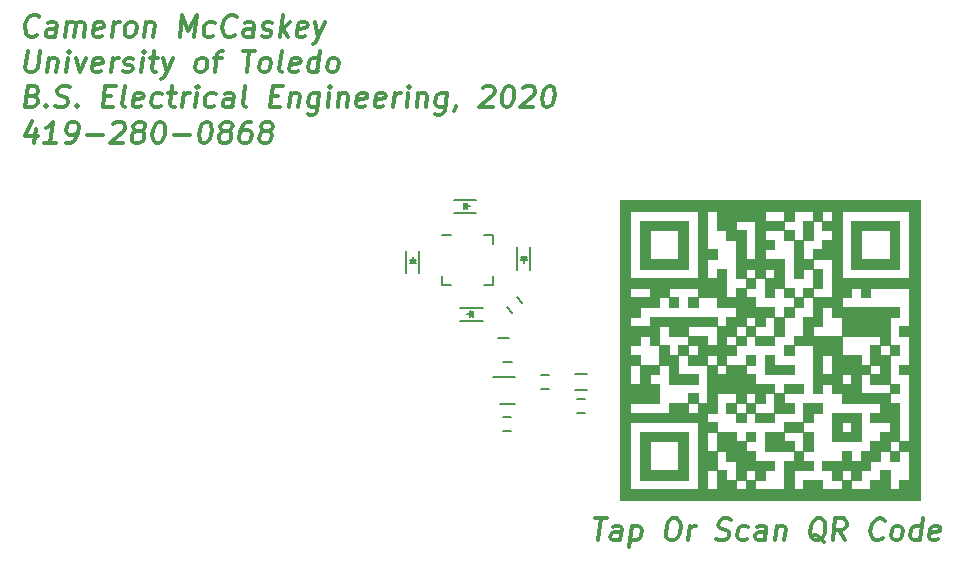
<source format=gto>
G04 #@! TF.FileFunction,Legend,Top*
%FSLAX46Y46*%
G04 Gerber Fmt 4.6, Leading zero omitted, Abs format (unit mm)*
G04 Created by KiCad (PCBNEW 4.0.5+dfsg1-4) date Mon Nov 20 15:47:14 2017*
%MOMM*%
%LPD*%
G01*
G04 APERTURE LIST*
%ADD10C,0.100000*%
%ADD11C,0.300000*%
%ADD12C,0.150000*%
%ADD13C,0.010000*%
G04 APERTURE END LIST*
D10*
D11*
X162967143Y-118394286D02*
X163995714Y-118394286D01*
X163256428Y-120194286D02*
X163481428Y-118394286D01*
X165142143Y-120194286D02*
X165260000Y-119251429D01*
X165195715Y-119080000D01*
X165035000Y-118994286D01*
X164692143Y-118994286D01*
X164510000Y-119080000D01*
X165152858Y-120108571D02*
X164970714Y-120194286D01*
X164542143Y-120194286D01*
X164381429Y-120108571D01*
X164317143Y-119937143D01*
X164338572Y-119765714D01*
X164445714Y-119594286D01*
X164627858Y-119508571D01*
X165056429Y-119508571D01*
X165238572Y-119422857D01*
X166149285Y-118994286D02*
X165924285Y-120794286D01*
X166138571Y-119080000D02*
X166320714Y-118994286D01*
X166663571Y-118994286D01*
X166824286Y-119080000D01*
X166899286Y-119165714D01*
X166963571Y-119337143D01*
X166899285Y-119851429D01*
X166792143Y-120022857D01*
X166695715Y-120108571D01*
X166513571Y-120194286D01*
X166170714Y-120194286D01*
X166010000Y-120108571D01*
X169567143Y-118394286D02*
X169910000Y-118394286D01*
X170070714Y-118480000D01*
X170220714Y-118651429D01*
X170263571Y-118994286D01*
X170188571Y-119594286D01*
X170060000Y-119937143D01*
X169867143Y-120108571D01*
X169685000Y-120194286D01*
X169342143Y-120194286D01*
X169181429Y-120108571D01*
X169031428Y-119937143D01*
X168988571Y-119594286D01*
X169063571Y-118994286D01*
X169192142Y-118651429D01*
X169385000Y-118480000D01*
X169567143Y-118394286D01*
X170884999Y-120194286D02*
X171034999Y-118994286D01*
X170992142Y-119337143D02*
X171099286Y-119165714D01*
X171195714Y-119080000D01*
X171377857Y-118994286D01*
X171549285Y-118994286D01*
X173295715Y-120108571D02*
X173542143Y-120194286D01*
X173970714Y-120194286D01*
X174152858Y-120108571D01*
X174249286Y-120022857D01*
X174356429Y-119851429D01*
X174377858Y-119680000D01*
X174313572Y-119508571D01*
X174238572Y-119422857D01*
X174077857Y-119337143D01*
X173745714Y-119251429D01*
X173585001Y-119165714D01*
X173510000Y-119080000D01*
X173445715Y-118908571D01*
X173467143Y-118737143D01*
X173574286Y-118565714D01*
X173670715Y-118480000D01*
X173852857Y-118394286D01*
X174281429Y-118394286D01*
X174527858Y-118480000D01*
X175867144Y-120108571D02*
X175685000Y-120194286D01*
X175342143Y-120194286D01*
X175181430Y-120108571D01*
X175106429Y-120022857D01*
X175042143Y-119851429D01*
X175106429Y-119337143D01*
X175213572Y-119165714D01*
X175310001Y-119080000D01*
X175492143Y-118994286D01*
X175835000Y-118994286D01*
X175995715Y-119080000D01*
X177399286Y-120194286D02*
X177517143Y-119251429D01*
X177452858Y-119080000D01*
X177292143Y-118994286D01*
X176949286Y-118994286D01*
X176767143Y-119080000D01*
X177410001Y-120108571D02*
X177227857Y-120194286D01*
X176799286Y-120194286D01*
X176638572Y-120108571D01*
X176574286Y-119937143D01*
X176595715Y-119765714D01*
X176702857Y-119594286D01*
X176885001Y-119508571D01*
X177313572Y-119508571D01*
X177495715Y-119422857D01*
X178406428Y-118994286D02*
X178256428Y-120194286D01*
X178385000Y-119165714D02*
X178481429Y-119080000D01*
X178663571Y-118994286D01*
X178920714Y-118994286D01*
X179081429Y-119080000D01*
X179145714Y-119251429D01*
X179027857Y-120194286D01*
X182435000Y-120365714D02*
X182274286Y-120280000D01*
X182124286Y-120108571D01*
X181899285Y-119851429D01*
X181738572Y-119765714D01*
X181567143Y-119765714D01*
X181599286Y-120194286D02*
X181438572Y-120108571D01*
X181288571Y-119937143D01*
X181245714Y-119594286D01*
X181320714Y-118994286D01*
X181449285Y-118651429D01*
X181642143Y-118480000D01*
X181824286Y-118394286D01*
X182167143Y-118394286D01*
X182327857Y-118480000D01*
X182477857Y-118651429D01*
X182520714Y-118994286D01*
X182445714Y-119594286D01*
X182317143Y-119937143D01*
X182124286Y-120108571D01*
X181942143Y-120194286D01*
X181599286Y-120194286D01*
X184170714Y-120194286D02*
X183677857Y-119337143D01*
X183142142Y-120194286D02*
X183367142Y-118394286D01*
X184052857Y-118394286D01*
X184213571Y-118480000D01*
X184288572Y-118565714D01*
X184352857Y-118737143D01*
X184320714Y-118994286D01*
X184213572Y-119165714D01*
X184117142Y-119251429D01*
X183935000Y-119337143D01*
X183249285Y-119337143D01*
X187363572Y-120022857D02*
X187267144Y-120108571D01*
X186999286Y-120194286D01*
X186827857Y-120194286D01*
X186581429Y-120108571D01*
X186431429Y-119937143D01*
X186367143Y-119765714D01*
X186324286Y-119422857D01*
X186356429Y-119165714D01*
X186485000Y-118822857D01*
X186592143Y-118651429D01*
X186785000Y-118480000D01*
X187052857Y-118394286D01*
X187224286Y-118394286D01*
X187470715Y-118480000D01*
X187545715Y-118565714D01*
X188370714Y-120194286D02*
X188210001Y-120108571D01*
X188135000Y-120022857D01*
X188070714Y-119851429D01*
X188135000Y-119337143D01*
X188242143Y-119165714D01*
X188338572Y-119080000D01*
X188520714Y-118994286D01*
X188777857Y-118994286D01*
X188938572Y-119080000D01*
X189013572Y-119165714D01*
X189077857Y-119337143D01*
X189013571Y-119851429D01*
X188906429Y-120022857D01*
X188810001Y-120108571D01*
X188627857Y-120194286D01*
X188370714Y-120194286D01*
X190513571Y-120194286D02*
X190738571Y-118394286D01*
X190524286Y-120108571D02*
X190342142Y-120194286D01*
X189999285Y-120194286D01*
X189838572Y-120108571D01*
X189763571Y-120022857D01*
X189699285Y-119851429D01*
X189763571Y-119337143D01*
X189870714Y-119165714D01*
X189967143Y-119080000D01*
X190149285Y-118994286D01*
X190492142Y-118994286D01*
X190652857Y-119080000D01*
X192067143Y-120108571D02*
X191884999Y-120194286D01*
X191542142Y-120194286D01*
X191381428Y-120108571D01*
X191317142Y-119937143D01*
X191402856Y-119251429D01*
X191509999Y-119080000D01*
X191692142Y-118994286D01*
X192034999Y-118994286D01*
X192195714Y-119080000D01*
X192259999Y-119251429D01*
X192238571Y-119422857D01*
X191359999Y-119594286D01*
X115789286Y-77422857D02*
X115692858Y-77508571D01*
X115425000Y-77594286D01*
X115253571Y-77594286D01*
X115007143Y-77508571D01*
X114857143Y-77337143D01*
X114792857Y-77165714D01*
X114750000Y-76822857D01*
X114782143Y-76565714D01*
X114910714Y-76222857D01*
X115017857Y-76051429D01*
X115210714Y-75880000D01*
X115478571Y-75794286D01*
X115650000Y-75794286D01*
X115896429Y-75880000D01*
X115971429Y-75965714D01*
X117310714Y-77594286D02*
X117428571Y-76651429D01*
X117364286Y-76480000D01*
X117203571Y-76394286D01*
X116860714Y-76394286D01*
X116678571Y-76480000D01*
X117321429Y-77508571D02*
X117139285Y-77594286D01*
X116710714Y-77594286D01*
X116550000Y-77508571D01*
X116485714Y-77337143D01*
X116507143Y-77165714D01*
X116614285Y-76994286D01*
X116796429Y-76908571D01*
X117225000Y-76908571D01*
X117407143Y-76822857D01*
X118167856Y-77594286D02*
X118317856Y-76394286D01*
X118296428Y-76565714D02*
X118392857Y-76480000D01*
X118574999Y-76394286D01*
X118832142Y-76394286D01*
X118992857Y-76480000D01*
X119057142Y-76651429D01*
X118939285Y-77594286D01*
X119057142Y-76651429D02*
X119164285Y-76480000D01*
X119346428Y-76394286D01*
X119603571Y-76394286D01*
X119764285Y-76480000D01*
X119828571Y-76651429D01*
X119710714Y-77594286D01*
X121264286Y-77508571D02*
X121082142Y-77594286D01*
X120739285Y-77594286D01*
X120578571Y-77508571D01*
X120514285Y-77337143D01*
X120599999Y-76651429D01*
X120707142Y-76480000D01*
X120889285Y-76394286D01*
X121232142Y-76394286D01*
X121392857Y-76480000D01*
X121457142Y-76651429D01*
X121435714Y-76822857D01*
X120557142Y-76994286D01*
X122110713Y-77594286D02*
X122260713Y-76394286D01*
X122217856Y-76737143D02*
X122325000Y-76565714D01*
X122421428Y-76480000D01*
X122603571Y-76394286D01*
X122774999Y-76394286D01*
X123482142Y-77594286D02*
X123321429Y-77508571D01*
X123246428Y-77422857D01*
X123182142Y-77251429D01*
X123246428Y-76737143D01*
X123353571Y-76565714D01*
X123450000Y-76480000D01*
X123632142Y-76394286D01*
X123889285Y-76394286D01*
X124050000Y-76480000D01*
X124125000Y-76565714D01*
X124189285Y-76737143D01*
X124124999Y-77251429D01*
X124017857Y-77422857D01*
X123921429Y-77508571D01*
X123739285Y-77594286D01*
X123482142Y-77594286D01*
X125003570Y-76394286D02*
X124853570Y-77594286D01*
X124982142Y-76565714D02*
X125078571Y-76480000D01*
X125260713Y-76394286D01*
X125517856Y-76394286D01*
X125678571Y-76480000D01*
X125742856Y-76651429D01*
X125624999Y-77594286D01*
X127853570Y-77594286D02*
X128078570Y-75794286D01*
X128517856Y-77080000D01*
X129278570Y-75794286D01*
X129053570Y-77594286D01*
X130692857Y-77508571D02*
X130510713Y-77594286D01*
X130167856Y-77594286D01*
X130007143Y-77508571D01*
X129932142Y-77422857D01*
X129867856Y-77251429D01*
X129932142Y-76737143D01*
X130039285Y-76565714D01*
X130135714Y-76480000D01*
X130317856Y-76394286D01*
X130660713Y-76394286D01*
X130821428Y-76480000D01*
X132503571Y-77422857D02*
X132407143Y-77508571D01*
X132139285Y-77594286D01*
X131967856Y-77594286D01*
X131721428Y-77508571D01*
X131571428Y-77337143D01*
X131507142Y-77165714D01*
X131464285Y-76822857D01*
X131496428Y-76565714D01*
X131624999Y-76222857D01*
X131732142Y-76051429D01*
X131924999Y-75880000D01*
X132192856Y-75794286D01*
X132364285Y-75794286D01*
X132610714Y-75880000D01*
X132685714Y-75965714D01*
X134024999Y-77594286D02*
X134142856Y-76651429D01*
X134078571Y-76480000D01*
X133917856Y-76394286D01*
X133574999Y-76394286D01*
X133392856Y-76480000D01*
X134035714Y-77508571D02*
X133853570Y-77594286D01*
X133424999Y-77594286D01*
X133264285Y-77508571D01*
X133199999Y-77337143D01*
X133221428Y-77165714D01*
X133328570Y-76994286D01*
X133510714Y-76908571D01*
X133939285Y-76908571D01*
X134121428Y-76822857D01*
X134807142Y-77508571D02*
X134967856Y-77594286D01*
X135310713Y-77594286D01*
X135492856Y-77508571D01*
X135599999Y-77337143D01*
X135610713Y-77251429D01*
X135546427Y-77080000D01*
X135385713Y-76994286D01*
X135128570Y-76994286D01*
X134967856Y-76908571D01*
X134903570Y-76737143D01*
X134914284Y-76651429D01*
X135021427Y-76480000D01*
X135203570Y-76394286D01*
X135460713Y-76394286D01*
X135621427Y-76480000D01*
X136339284Y-77594286D02*
X136564284Y-75794286D01*
X136596428Y-76908571D02*
X137024999Y-77594286D01*
X137174999Y-76394286D02*
X136403570Y-77080000D01*
X138492857Y-77508571D02*
X138310713Y-77594286D01*
X137967856Y-77594286D01*
X137807142Y-77508571D01*
X137742856Y-77337143D01*
X137828570Y-76651429D01*
X137935713Y-76480000D01*
X138117856Y-76394286D01*
X138460713Y-76394286D01*
X138621428Y-76480000D01*
X138685713Y-76651429D01*
X138664285Y-76822857D01*
X137785713Y-76994286D01*
X139317856Y-76394286D02*
X139596427Y-77594286D01*
X140174999Y-76394286D02*
X139596427Y-77594286D01*
X139371428Y-78022857D01*
X139274999Y-78108571D01*
X139092856Y-78194286D01*
X114964285Y-78794286D02*
X114782142Y-80251429D01*
X114846429Y-80422857D01*
X114921429Y-80508571D01*
X115082143Y-80594286D01*
X115425000Y-80594286D01*
X115607143Y-80508571D01*
X115703572Y-80422857D01*
X115810714Y-80251429D01*
X115992857Y-78794286D01*
X116774999Y-79394286D02*
X116624999Y-80594286D01*
X116753571Y-79565714D02*
X116850000Y-79480000D01*
X117032142Y-79394286D01*
X117289285Y-79394286D01*
X117450000Y-79480000D01*
X117514285Y-79651429D01*
X117396428Y-80594286D01*
X118253570Y-80594286D02*
X118403570Y-79394286D01*
X118478570Y-78794286D02*
X118382142Y-78880000D01*
X118457142Y-78965714D01*
X118553571Y-78880000D01*
X118478570Y-78794286D01*
X118457142Y-78965714D01*
X119089285Y-79394286D02*
X119367856Y-80594286D01*
X119946428Y-79394286D01*
X121178572Y-80508571D02*
X120996428Y-80594286D01*
X120653571Y-80594286D01*
X120492857Y-80508571D01*
X120428571Y-80337143D01*
X120514285Y-79651429D01*
X120621428Y-79480000D01*
X120803571Y-79394286D01*
X121146428Y-79394286D01*
X121307143Y-79480000D01*
X121371428Y-79651429D01*
X121350000Y-79822857D01*
X120471428Y-79994286D01*
X122024999Y-80594286D02*
X122174999Y-79394286D01*
X122132142Y-79737143D02*
X122239286Y-79565714D01*
X122335714Y-79480000D01*
X122517857Y-79394286D01*
X122689285Y-79394286D01*
X123064286Y-80508571D02*
X123225000Y-80594286D01*
X123567857Y-80594286D01*
X123750000Y-80508571D01*
X123857143Y-80337143D01*
X123867857Y-80251429D01*
X123803571Y-80080000D01*
X123642857Y-79994286D01*
X123385714Y-79994286D01*
X123225000Y-79908571D01*
X123160714Y-79737143D01*
X123171428Y-79651429D01*
X123278571Y-79480000D01*
X123460714Y-79394286D01*
X123717857Y-79394286D01*
X123878571Y-79480000D01*
X124596428Y-80594286D02*
X124746428Y-79394286D01*
X124821428Y-78794286D02*
X124725000Y-78880000D01*
X124800000Y-78965714D01*
X124896429Y-78880000D01*
X124821428Y-78794286D01*
X124800000Y-78965714D01*
X125346429Y-79394286D02*
X126032143Y-79394286D01*
X125678571Y-78794286D02*
X125485714Y-80337143D01*
X125550001Y-80508571D01*
X125710714Y-80594286D01*
X125882143Y-80594286D01*
X126460714Y-79394286D02*
X126739285Y-80594286D01*
X127317857Y-79394286D02*
X126739285Y-80594286D01*
X126514286Y-81022857D01*
X126417857Y-81108571D01*
X126235714Y-81194286D01*
X129482143Y-80594286D02*
X129321430Y-80508571D01*
X129246429Y-80422857D01*
X129182143Y-80251429D01*
X129246429Y-79737143D01*
X129353572Y-79565714D01*
X129450001Y-79480000D01*
X129632143Y-79394286D01*
X129889286Y-79394286D01*
X130050001Y-79480000D01*
X130125001Y-79565714D01*
X130189286Y-79737143D01*
X130125000Y-80251429D01*
X130017858Y-80422857D01*
X129921430Y-80508571D01*
X129739286Y-80594286D01*
X129482143Y-80594286D01*
X130746429Y-79394286D02*
X131432143Y-79394286D01*
X130853571Y-80594286D02*
X131046428Y-79051429D01*
X131153572Y-78880000D01*
X131335714Y-78794286D01*
X131507143Y-78794286D01*
X133221429Y-78794286D02*
X134250000Y-78794286D01*
X133510714Y-80594286D02*
X133735714Y-78794286D01*
X134882143Y-80594286D02*
X134721430Y-80508571D01*
X134646429Y-80422857D01*
X134582143Y-80251429D01*
X134646429Y-79737143D01*
X134753572Y-79565714D01*
X134850001Y-79480000D01*
X135032143Y-79394286D01*
X135289286Y-79394286D01*
X135450001Y-79480000D01*
X135525001Y-79565714D01*
X135589286Y-79737143D01*
X135525000Y-80251429D01*
X135417858Y-80422857D01*
X135321430Y-80508571D01*
X135139286Y-80594286D01*
X134882143Y-80594286D01*
X136510714Y-80594286D02*
X136350001Y-80508571D01*
X136285714Y-80337143D01*
X136478571Y-78794286D01*
X137892858Y-80508571D02*
X137710714Y-80594286D01*
X137367857Y-80594286D01*
X137207143Y-80508571D01*
X137142857Y-80337143D01*
X137228571Y-79651429D01*
X137335714Y-79480000D01*
X137517857Y-79394286D01*
X137860714Y-79394286D01*
X138021429Y-79480000D01*
X138085714Y-79651429D01*
X138064286Y-79822857D01*
X137185714Y-79994286D01*
X139510714Y-80594286D02*
X139735714Y-78794286D01*
X139521429Y-80508571D02*
X139339285Y-80594286D01*
X138996428Y-80594286D01*
X138835715Y-80508571D01*
X138760714Y-80422857D01*
X138696428Y-80251429D01*
X138760714Y-79737143D01*
X138867857Y-79565714D01*
X138964286Y-79480000D01*
X139146428Y-79394286D01*
X139489285Y-79394286D01*
X139650000Y-79480000D01*
X140624999Y-80594286D02*
X140464286Y-80508571D01*
X140389285Y-80422857D01*
X140324999Y-80251429D01*
X140389285Y-79737143D01*
X140496428Y-79565714D01*
X140592857Y-79480000D01*
X140774999Y-79394286D01*
X141032142Y-79394286D01*
X141192857Y-79480000D01*
X141267857Y-79565714D01*
X141332142Y-79737143D01*
X141267856Y-80251429D01*
X141160714Y-80422857D01*
X141064286Y-80508571D01*
X140882142Y-80594286D01*
X140624999Y-80594286D01*
X115457142Y-82651429D02*
X115703571Y-82737143D01*
X115778572Y-82822857D01*
X115842857Y-82994286D01*
X115810714Y-83251429D01*
X115703572Y-83422857D01*
X115607143Y-83508571D01*
X115425000Y-83594286D01*
X114739285Y-83594286D01*
X114964285Y-81794286D01*
X115564285Y-81794286D01*
X115725000Y-81880000D01*
X115800000Y-81965714D01*
X115864286Y-82137143D01*
X115842858Y-82308571D01*
X115735714Y-82480000D01*
X115639286Y-82565714D01*
X115457142Y-82651429D01*
X114857142Y-82651429D01*
X116560714Y-83422857D02*
X116635715Y-83508571D01*
X116539285Y-83594286D01*
X116464286Y-83508571D01*
X116560714Y-83422857D01*
X116539285Y-83594286D01*
X117321429Y-83508571D02*
X117567857Y-83594286D01*
X117996428Y-83594286D01*
X118178572Y-83508571D01*
X118275000Y-83422857D01*
X118382143Y-83251429D01*
X118403572Y-83080000D01*
X118339286Y-82908571D01*
X118264286Y-82822857D01*
X118103571Y-82737143D01*
X117771428Y-82651429D01*
X117610715Y-82565714D01*
X117535714Y-82480000D01*
X117471429Y-82308571D01*
X117492857Y-82137143D01*
X117600000Y-81965714D01*
X117696429Y-81880000D01*
X117878571Y-81794286D01*
X118307143Y-81794286D01*
X118553572Y-81880000D01*
X119132143Y-83422857D02*
X119207144Y-83508571D01*
X119110714Y-83594286D01*
X119035715Y-83508571D01*
X119132143Y-83422857D01*
X119110714Y-83594286D01*
X121457143Y-82651429D02*
X122057143Y-82651429D01*
X122196429Y-83594286D02*
X121339286Y-83594286D01*
X121564286Y-81794286D01*
X122421429Y-81794286D01*
X123225000Y-83594286D02*
X123064287Y-83508571D01*
X123000000Y-83337143D01*
X123192857Y-81794286D01*
X124607144Y-83508571D02*
X124425000Y-83594286D01*
X124082143Y-83594286D01*
X123921429Y-83508571D01*
X123857143Y-83337143D01*
X123942857Y-82651429D01*
X124050000Y-82480000D01*
X124232143Y-82394286D01*
X124575000Y-82394286D01*
X124735715Y-82480000D01*
X124800000Y-82651429D01*
X124778572Y-82822857D01*
X123900000Y-82994286D01*
X126235715Y-83508571D02*
X126053571Y-83594286D01*
X125710714Y-83594286D01*
X125550001Y-83508571D01*
X125475000Y-83422857D01*
X125410714Y-83251429D01*
X125475000Y-82737143D01*
X125582143Y-82565714D01*
X125678572Y-82480000D01*
X125860714Y-82394286D01*
X126203571Y-82394286D01*
X126364286Y-82480000D01*
X126889286Y-82394286D02*
X127575000Y-82394286D01*
X127221428Y-81794286D02*
X127028571Y-83337143D01*
X127092858Y-83508571D01*
X127253571Y-83594286D01*
X127425000Y-83594286D01*
X128024999Y-83594286D02*
X128174999Y-82394286D01*
X128132142Y-82737143D02*
X128239286Y-82565714D01*
X128335714Y-82480000D01*
X128517857Y-82394286D01*
X128689285Y-82394286D01*
X129139285Y-83594286D02*
X129289285Y-82394286D01*
X129364285Y-81794286D02*
X129267857Y-81880000D01*
X129342857Y-81965714D01*
X129439286Y-81880000D01*
X129364285Y-81794286D01*
X129342857Y-81965714D01*
X130778572Y-83508571D02*
X130596428Y-83594286D01*
X130253571Y-83594286D01*
X130092858Y-83508571D01*
X130017857Y-83422857D01*
X129953571Y-83251429D01*
X130017857Y-82737143D01*
X130125000Y-82565714D01*
X130221429Y-82480000D01*
X130403571Y-82394286D01*
X130746428Y-82394286D01*
X130907143Y-82480000D01*
X132310714Y-83594286D02*
X132428571Y-82651429D01*
X132364286Y-82480000D01*
X132203571Y-82394286D01*
X131860714Y-82394286D01*
X131678571Y-82480000D01*
X132321429Y-83508571D02*
X132139285Y-83594286D01*
X131710714Y-83594286D01*
X131550000Y-83508571D01*
X131485714Y-83337143D01*
X131507143Y-83165714D01*
X131614285Y-82994286D01*
X131796429Y-82908571D01*
X132225000Y-82908571D01*
X132407143Y-82822857D01*
X133424999Y-83594286D02*
X133264286Y-83508571D01*
X133199999Y-83337143D01*
X133392856Y-81794286D01*
X135599999Y-82651429D02*
X136199999Y-82651429D01*
X136339285Y-83594286D02*
X135482142Y-83594286D01*
X135707142Y-81794286D01*
X136564285Y-81794286D01*
X137260713Y-82394286D02*
X137110713Y-83594286D01*
X137239285Y-82565714D02*
X137335714Y-82480000D01*
X137517856Y-82394286D01*
X137774999Y-82394286D01*
X137935714Y-82480000D01*
X137999999Y-82651429D01*
X137882142Y-83594286D01*
X139660713Y-82394286D02*
X139478570Y-83851429D01*
X139371428Y-84022857D01*
X139274999Y-84108571D01*
X139092856Y-84194286D01*
X138835713Y-84194286D01*
X138674999Y-84108571D01*
X139521428Y-83508571D02*
X139339284Y-83594286D01*
X138996427Y-83594286D01*
X138835714Y-83508571D01*
X138760713Y-83422857D01*
X138696427Y-83251429D01*
X138760713Y-82737143D01*
X138867856Y-82565714D01*
X138964285Y-82480000D01*
X139146427Y-82394286D01*
X139489284Y-82394286D01*
X139649999Y-82480000D01*
X140367855Y-83594286D02*
X140517855Y-82394286D01*
X140592855Y-81794286D02*
X140496427Y-81880000D01*
X140571427Y-81965714D01*
X140667856Y-81880000D01*
X140592855Y-81794286D01*
X140571427Y-81965714D01*
X141374998Y-82394286D02*
X141224998Y-83594286D01*
X141353570Y-82565714D02*
X141449999Y-82480000D01*
X141632141Y-82394286D01*
X141889284Y-82394286D01*
X142049999Y-82480000D01*
X142114284Y-82651429D01*
X141996427Y-83594286D01*
X143549999Y-83508571D02*
X143367855Y-83594286D01*
X143024998Y-83594286D01*
X142864284Y-83508571D01*
X142799998Y-83337143D01*
X142885712Y-82651429D01*
X142992855Y-82480000D01*
X143174998Y-82394286D01*
X143517855Y-82394286D01*
X143678570Y-82480000D01*
X143742855Y-82651429D01*
X143721427Y-82822857D01*
X142842855Y-82994286D01*
X145092856Y-83508571D02*
X144910712Y-83594286D01*
X144567855Y-83594286D01*
X144407141Y-83508571D01*
X144342855Y-83337143D01*
X144428569Y-82651429D01*
X144535712Y-82480000D01*
X144717855Y-82394286D01*
X145060712Y-82394286D01*
X145221427Y-82480000D01*
X145285712Y-82651429D01*
X145264284Y-82822857D01*
X144385712Y-82994286D01*
X145939283Y-83594286D02*
X146089283Y-82394286D01*
X146046426Y-82737143D02*
X146153570Y-82565714D01*
X146249998Y-82480000D01*
X146432141Y-82394286D01*
X146603569Y-82394286D01*
X147053569Y-83594286D02*
X147203569Y-82394286D01*
X147278569Y-81794286D02*
X147182141Y-81880000D01*
X147257141Y-81965714D01*
X147353570Y-81880000D01*
X147278569Y-81794286D01*
X147257141Y-81965714D01*
X148060712Y-82394286D02*
X147910712Y-83594286D01*
X148039284Y-82565714D02*
X148135713Y-82480000D01*
X148317855Y-82394286D01*
X148574998Y-82394286D01*
X148735713Y-82480000D01*
X148799998Y-82651429D01*
X148682141Y-83594286D01*
X150460712Y-82394286D02*
X150278569Y-83851429D01*
X150171427Y-84022857D01*
X150074998Y-84108571D01*
X149892855Y-84194286D01*
X149635712Y-84194286D01*
X149474998Y-84108571D01*
X150321427Y-83508571D02*
X150139283Y-83594286D01*
X149796426Y-83594286D01*
X149635713Y-83508571D01*
X149560712Y-83422857D01*
X149496426Y-83251429D01*
X149560712Y-82737143D01*
X149667855Y-82565714D01*
X149764284Y-82480000D01*
X149946426Y-82394286D01*
X150289283Y-82394286D01*
X150449998Y-82480000D01*
X151264284Y-83508571D02*
X151253569Y-83594286D01*
X151146426Y-83765714D01*
X151049997Y-83851429D01*
X153514284Y-81965714D02*
X153610712Y-81880000D01*
X153792855Y-81794286D01*
X154221426Y-81794286D01*
X154382141Y-81880000D01*
X154457141Y-81965714D01*
X154521427Y-82137143D01*
X154499999Y-82308571D01*
X154382141Y-82565714D01*
X153224998Y-83594286D01*
X154339284Y-83594286D01*
X155678570Y-81794286D02*
X155849998Y-81794286D01*
X156010713Y-81880000D01*
X156085713Y-81965714D01*
X156149998Y-82137143D01*
X156192856Y-82480000D01*
X156139285Y-82908571D01*
X156010712Y-83251429D01*
X155903570Y-83422857D01*
X155807142Y-83508571D01*
X155624998Y-83594286D01*
X155453570Y-83594286D01*
X155292856Y-83508571D01*
X155217856Y-83422857D01*
X155153569Y-83251429D01*
X155110713Y-82908571D01*
X155164284Y-82480000D01*
X155292855Y-82137143D01*
X155399999Y-81965714D01*
X155496427Y-81880000D01*
X155678570Y-81794286D01*
X156942856Y-81965714D02*
X157039284Y-81880000D01*
X157221427Y-81794286D01*
X157649998Y-81794286D01*
X157810713Y-81880000D01*
X157885713Y-81965714D01*
X157949999Y-82137143D01*
X157928571Y-82308571D01*
X157810713Y-82565714D01*
X156653570Y-83594286D01*
X157767856Y-83594286D01*
X159107142Y-81794286D02*
X159278570Y-81794286D01*
X159439285Y-81880000D01*
X159514285Y-81965714D01*
X159578570Y-82137143D01*
X159621428Y-82480000D01*
X159567857Y-82908571D01*
X159439284Y-83251429D01*
X159332142Y-83422857D01*
X159235714Y-83508571D01*
X159053570Y-83594286D01*
X158882142Y-83594286D01*
X158721428Y-83508571D01*
X158646428Y-83422857D01*
X158582141Y-83251429D01*
X158539285Y-82908571D01*
X158592856Y-82480000D01*
X158721427Y-82137143D01*
X158828571Y-81965714D01*
X158924999Y-81880000D01*
X159107142Y-81794286D01*
X115660714Y-85394286D02*
X115510714Y-86594286D01*
X115317858Y-84708571D02*
X114728571Y-85994286D01*
X115842857Y-85994286D01*
X117396429Y-86594286D02*
X116367857Y-86594286D01*
X116882143Y-86594286D02*
X117107143Y-84794286D01*
X116903571Y-85051429D01*
X116710715Y-85222857D01*
X116528572Y-85308571D01*
X118253572Y-86594286D02*
X118596429Y-86594286D01*
X118778572Y-86508571D01*
X118875001Y-86422857D01*
X119078572Y-86165714D01*
X119207144Y-85822857D01*
X119292858Y-85137143D01*
X119228572Y-84965714D01*
X119153572Y-84880000D01*
X118992857Y-84794286D01*
X118650000Y-84794286D01*
X118467858Y-84880000D01*
X118371429Y-84965714D01*
X118264286Y-85137143D01*
X118210715Y-85565714D01*
X118275000Y-85737143D01*
X118350001Y-85822857D01*
X118510715Y-85908571D01*
X118853572Y-85908571D01*
X119035715Y-85822857D01*
X119132143Y-85737143D01*
X119239287Y-85565714D01*
X119967858Y-85908571D02*
X121339287Y-85908571D01*
X122228572Y-84965714D02*
X122325000Y-84880000D01*
X122507143Y-84794286D01*
X122935714Y-84794286D01*
X123096429Y-84880000D01*
X123171429Y-84965714D01*
X123235715Y-85137143D01*
X123214287Y-85308571D01*
X123096429Y-85565714D01*
X121939286Y-86594286D01*
X123053572Y-86594286D01*
X124210715Y-85565714D02*
X124050001Y-85480000D01*
X123975000Y-85394286D01*
X123910715Y-85222857D01*
X123921429Y-85137143D01*
X124028572Y-84965714D01*
X124125001Y-84880000D01*
X124307143Y-84794286D01*
X124650000Y-84794286D01*
X124810715Y-84880000D01*
X124885715Y-84965714D01*
X124950001Y-85137143D01*
X124939287Y-85222857D01*
X124832143Y-85394286D01*
X124735715Y-85480000D01*
X124553572Y-85565714D01*
X124210715Y-85565714D01*
X124028572Y-85651429D01*
X123932143Y-85737143D01*
X123825001Y-85908571D01*
X123782143Y-86251429D01*
X123846429Y-86422857D01*
X123921430Y-86508571D01*
X124082143Y-86594286D01*
X124425000Y-86594286D01*
X124607144Y-86508571D01*
X124703572Y-86422857D01*
X124810715Y-86251429D01*
X124853573Y-85908571D01*
X124789286Y-85737143D01*
X124714286Y-85651429D01*
X124553572Y-85565714D01*
X126107144Y-84794286D02*
X126278572Y-84794286D01*
X126439287Y-84880000D01*
X126514287Y-84965714D01*
X126578572Y-85137143D01*
X126621430Y-85480000D01*
X126567859Y-85908571D01*
X126439286Y-86251429D01*
X126332144Y-86422857D01*
X126235716Y-86508571D01*
X126053572Y-86594286D01*
X125882144Y-86594286D01*
X125721430Y-86508571D01*
X125646430Y-86422857D01*
X125582143Y-86251429D01*
X125539287Y-85908571D01*
X125592858Y-85480000D01*
X125721429Y-85137143D01*
X125828573Y-84965714D01*
X125925001Y-84880000D01*
X126107144Y-84794286D01*
X127339287Y-85908571D02*
X128710716Y-85908571D01*
X130050001Y-84794286D02*
X130221429Y-84794286D01*
X130382144Y-84880000D01*
X130457144Y-84965714D01*
X130521429Y-85137143D01*
X130564287Y-85480000D01*
X130510716Y-85908571D01*
X130382143Y-86251429D01*
X130275001Y-86422857D01*
X130178573Y-86508571D01*
X129996429Y-86594286D01*
X129825001Y-86594286D01*
X129664287Y-86508571D01*
X129589287Y-86422857D01*
X129525000Y-86251429D01*
X129482144Y-85908571D01*
X129535715Y-85480000D01*
X129664286Y-85137143D01*
X129771430Y-84965714D01*
X129867858Y-84880000D01*
X130050001Y-84794286D01*
X131582144Y-85565714D02*
X131421430Y-85480000D01*
X131346429Y-85394286D01*
X131282144Y-85222857D01*
X131292858Y-85137143D01*
X131400001Y-84965714D01*
X131496430Y-84880000D01*
X131678572Y-84794286D01*
X132021429Y-84794286D01*
X132182144Y-84880000D01*
X132257144Y-84965714D01*
X132321430Y-85137143D01*
X132310716Y-85222857D01*
X132203572Y-85394286D01*
X132107144Y-85480000D01*
X131925001Y-85565714D01*
X131582144Y-85565714D01*
X131400001Y-85651429D01*
X131303572Y-85737143D01*
X131196430Y-85908571D01*
X131153572Y-86251429D01*
X131217858Y-86422857D01*
X131292859Y-86508571D01*
X131453572Y-86594286D01*
X131796429Y-86594286D01*
X131978573Y-86508571D01*
X132075001Y-86422857D01*
X132182144Y-86251429D01*
X132225002Y-85908571D01*
X132160715Y-85737143D01*
X132085715Y-85651429D01*
X131925001Y-85565714D01*
X133907144Y-84794286D02*
X133564287Y-84794286D01*
X133382144Y-84880000D01*
X133285716Y-84965714D01*
X133082144Y-85222857D01*
X132953573Y-85565714D01*
X132867858Y-86251429D01*
X132932144Y-86422857D01*
X133007145Y-86508571D01*
X133167858Y-86594286D01*
X133510715Y-86594286D01*
X133692859Y-86508571D01*
X133789287Y-86422857D01*
X133896430Y-86251429D01*
X133950002Y-85822857D01*
X133885715Y-85651429D01*
X133810716Y-85565714D01*
X133650001Y-85480000D01*
X133307144Y-85480000D01*
X133125002Y-85565714D01*
X133028572Y-85651429D01*
X132921430Y-85822857D01*
X135010716Y-85565714D02*
X134850002Y-85480000D01*
X134775001Y-85394286D01*
X134710716Y-85222857D01*
X134721430Y-85137143D01*
X134828573Y-84965714D01*
X134925002Y-84880000D01*
X135107144Y-84794286D01*
X135450001Y-84794286D01*
X135610716Y-84880000D01*
X135685716Y-84965714D01*
X135750002Y-85137143D01*
X135739288Y-85222857D01*
X135632144Y-85394286D01*
X135535716Y-85480000D01*
X135353573Y-85565714D01*
X135010716Y-85565714D01*
X134828573Y-85651429D01*
X134732144Y-85737143D01*
X134625002Y-85908571D01*
X134582144Y-86251429D01*
X134646430Y-86422857D01*
X134721431Y-86508571D01*
X134882144Y-86594286D01*
X135225001Y-86594286D01*
X135407145Y-86508571D01*
X135503573Y-86422857D01*
X135610716Y-86251429D01*
X135653574Y-85908571D01*
X135589287Y-85737143D01*
X135514287Y-85651429D01*
X135353573Y-85565714D01*
D12*
X154363000Y-94354000D02*
X154363000Y-95129000D01*
X150063000Y-98654000D02*
X150063000Y-97879000D01*
X154363000Y-98654000D02*
X154363000Y-97879000D01*
X150063000Y-94354000D02*
X150838000Y-94354000D01*
X150063000Y-98654000D02*
X150838000Y-98654000D01*
X154363000Y-98654000D02*
X153588000Y-98654000D01*
X154363000Y-94354000D02*
X153588000Y-94354000D01*
X156364447Y-99635919D02*
X156859421Y-100130893D01*
X156010893Y-100979421D02*
X155515919Y-100484447D01*
X156422000Y-95420000D02*
X156422000Y-97320000D01*
X157522000Y-95420000D02*
X157522000Y-97320000D01*
X156972000Y-96320000D02*
X156972000Y-96770000D01*
X157222000Y-96270000D02*
X156722000Y-96270000D01*
X156972000Y-96270000D02*
X157222000Y-96520000D01*
X157222000Y-96520000D02*
X156722000Y-96520000D01*
X156722000Y-96520000D02*
X156972000Y-96270000D01*
X153500000Y-100542000D02*
X151600000Y-100542000D01*
X153500000Y-101642000D02*
X151600000Y-101642000D01*
X152600000Y-101092000D02*
X152150000Y-101092000D01*
X152650000Y-101342000D02*
X152650000Y-100842000D01*
X152650000Y-101092000D02*
X152400000Y-101342000D01*
X152400000Y-101342000D02*
X152400000Y-100842000D01*
X152400000Y-100842000D02*
X152650000Y-101092000D01*
X148124000Y-97620000D02*
X148124000Y-95720000D01*
X147024000Y-97620000D02*
X147024000Y-95720000D01*
X147574000Y-96720000D02*
X147574000Y-96270000D01*
X147324000Y-96770000D02*
X147824000Y-96770000D01*
X147574000Y-96770000D02*
X147324000Y-96520000D01*
X147324000Y-96520000D02*
X147824000Y-96520000D01*
X147824000Y-96520000D02*
X147574000Y-96770000D01*
X151046000Y-92498000D02*
X152946000Y-92498000D01*
X151046000Y-91398000D02*
X152946000Y-91398000D01*
X151946000Y-91948000D02*
X152396000Y-91948000D01*
X151896000Y-91698000D02*
X151896000Y-92198000D01*
X151896000Y-91948000D02*
X152146000Y-91698000D01*
X152146000Y-91698000D02*
X152146000Y-92198000D01*
X152146000Y-92198000D02*
X151896000Y-91948000D01*
X155225000Y-109763000D02*
X155925000Y-109763000D01*
X155925000Y-110963000D02*
X155225000Y-110963000D01*
X159100000Y-107407000D02*
X158400000Y-107407000D01*
X158400000Y-106207000D02*
X159100000Y-106207000D01*
X162148000Y-109439000D02*
X161448000Y-109439000D01*
X161448000Y-108239000D02*
X162148000Y-108239000D01*
X161298000Y-106132000D02*
X162298000Y-106132000D01*
X162298000Y-107482000D02*
X161298000Y-107482000D01*
X154936000Y-108707000D02*
X156236000Y-108707000D01*
X154361000Y-106407000D02*
X156236000Y-106407000D01*
D13*
G36*
X190500000Y-116840000D02*
X165100000Y-116840000D01*
X165100000Y-110236000D01*
X166014400Y-110236000D01*
X166014400Y-115925600D01*
X171704000Y-115925600D01*
X171704000Y-114300000D01*
X172516800Y-114300000D01*
X172516800Y-115925600D01*
X173329600Y-115925600D01*
X173329600Y-114300000D01*
X172516800Y-114300000D01*
X171704000Y-114300000D01*
X171704000Y-110236000D01*
X166014400Y-110236000D01*
X165100000Y-110236000D01*
X165100000Y-108610400D01*
X166014400Y-108610400D01*
X166014400Y-109423200D01*
X169265600Y-109423200D01*
X169265600Y-108610400D01*
X170891200Y-108610400D01*
X170891200Y-109423200D01*
X171704000Y-109423200D01*
X171704000Y-108610400D01*
X172516800Y-108610400D01*
X172516800Y-105359200D01*
X170891200Y-105359200D01*
X170891200Y-104546400D01*
X171704000Y-104546400D01*
X172516800Y-104546400D01*
X172516800Y-105359200D01*
X173329600Y-105359200D01*
X173329600Y-106172000D01*
X174142400Y-106172000D01*
X174142400Y-105359200D01*
X173329600Y-105359200D01*
X173329600Y-104546400D01*
X172516800Y-104546400D01*
X171704000Y-104546400D01*
X171704000Y-103733600D01*
X170891200Y-103733600D01*
X170891200Y-102920800D01*
X169265600Y-102920800D01*
X169265600Y-102108000D01*
X170891200Y-102108000D01*
X170891200Y-102920800D01*
X172516800Y-102920800D01*
X172516800Y-103733600D01*
X173329600Y-103733600D01*
X173329600Y-102108000D01*
X170891200Y-102108000D01*
X169265600Y-102108000D01*
X168452800Y-102108000D01*
X168452800Y-103733600D01*
X167640000Y-103733600D01*
X167640000Y-102920800D01*
X166827200Y-102920800D01*
X166827200Y-103733600D01*
X166014400Y-103733600D01*
X166014400Y-104546400D01*
X166827200Y-104546400D01*
X166827200Y-105359200D01*
X168452800Y-105359200D01*
X168452800Y-106172000D01*
X167640000Y-106172000D01*
X167640000Y-106984800D01*
X168452800Y-106984800D01*
X168452800Y-108610400D01*
X166014400Y-108610400D01*
X165100000Y-108610400D01*
X165100000Y-105359200D01*
X166014400Y-105359200D01*
X166014400Y-106984800D01*
X166827200Y-106984800D01*
X166827200Y-105359200D01*
X166014400Y-105359200D01*
X165100000Y-105359200D01*
X165100000Y-101295200D01*
X166014400Y-101295200D01*
X166014400Y-102108000D01*
X167640000Y-102108000D01*
X167640000Y-101295200D01*
X173329600Y-101295200D01*
X173329600Y-102108000D01*
X174142400Y-102108000D01*
X174142400Y-101295200D01*
X174955200Y-101295200D01*
X174955200Y-100482400D01*
X173329600Y-100482400D01*
X173329600Y-99669600D01*
X171704000Y-99669600D01*
X171704000Y-98856800D01*
X169265600Y-98856800D01*
X169265600Y-99669600D01*
X168452800Y-99669600D01*
X168452800Y-100482400D01*
X166827200Y-100482400D01*
X166827200Y-101295200D01*
X166014400Y-101295200D01*
X165100000Y-101295200D01*
X165100000Y-98856800D01*
X166014400Y-98856800D01*
X166014400Y-99669600D01*
X167640000Y-99669600D01*
X167640000Y-98856800D01*
X166014400Y-98856800D01*
X165100000Y-98856800D01*
X165100000Y-92354400D01*
X166014400Y-92354400D01*
X166014400Y-98044000D01*
X171704000Y-98044000D01*
X171704000Y-92354400D01*
X172516800Y-92354400D01*
X172516800Y-95605600D01*
X173329600Y-95605600D01*
X173329600Y-96418400D01*
X172516800Y-96418400D01*
X172516800Y-98044000D01*
X173329600Y-98044000D01*
X173329600Y-97231200D01*
X174142400Y-97231200D01*
X174142400Y-99669600D01*
X174955200Y-99669600D01*
X174955200Y-98856800D01*
X175768000Y-98856800D01*
X175768000Y-99669600D01*
X176580800Y-99669600D01*
X176580800Y-100482400D01*
X178206400Y-100482400D01*
X178206400Y-101295200D01*
X177393600Y-101295200D01*
X177393600Y-102108000D01*
X176580800Y-102108000D01*
X176580800Y-101295200D01*
X175768000Y-101295200D01*
X175768000Y-102108000D01*
X174955200Y-102108000D01*
X174955200Y-102920800D01*
X174142400Y-102920800D01*
X174142400Y-103733600D01*
X174955200Y-103733600D01*
X174955200Y-104546400D01*
X174142400Y-104546400D01*
X174142400Y-105359200D01*
X175768000Y-105359200D01*
X175768000Y-106172000D01*
X176580800Y-106172000D01*
X176580800Y-106984800D01*
X178206400Y-106984800D01*
X178206400Y-107797600D01*
X177393600Y-107797600D01*
X177393600Y-108610400D01*
X176580800Y-108610400D01*
X176580800Y-107797600D01*
X175768000Y-107797600D01*
X175768000Y-108610400D01*
X174955200Y-108610400D01*
X174955200Y-107797600D01*
X173329600Y-107797600D01*
X173329600Y-109423200D01*
X172516800Y-109423200D01*
X172516800Y-110236000D01*
X173329600Y-110236000D01*
X173329600Y-111048800D01*
X172516800Y-111048800D01*
X172516800Y-112674400D01*
X173329600Y-112674400D01*
X173329600Y-114300000D01*
X174142400Y-114300000D01*
X174142400Y-115112800D01*
X174955200Y-115112800D01*
X174955200Y-115925600D01*
X175768000Y-115925600D01*
X175768000Y-115112800D01*
X176580800Y-115112800D01*
X176580800Y-115925600D01*
X179019200Y-115925600D01*
X179019200Y-113487200D01*
X179832000Y-113487200D01*
X179832000Y-112674400D01*
X180644800Y-112674400D01*
X180644800Y-113487200D01*
X181457600Y-113487200D01*
X181457600Y-114300000D01*
X179832000Y-114300000D01*
X179832000Y-115925600D01*
X180644800Y-115925600D01*
X180644800Y-115112800D01*
X182270400Y-115112800D01*
X182270400Y-115925600D01*
X183896000Y-115925600D01*
X183896000Y-115112800D01*
X183083200Y-115112800D01*
X183083200Y-114300000D01*
X183896000Y-114300000D01*
X183896000Y-115112800D01*
X184708800Y-115112800D01*
X184708800Y-115925600D01*
X186334400Y-115925600D01*
X186334400Y-115112800D01*
X187147200Y-115112800D01*
X187147200Y-114300000D01*
X187960000Y-114300000D01*
X187960000Y-115925600D01*
X188772800Y-115925600D01*
X188772800Y-115112800D01*
X189585600Y-115112800D01*
X189585600Y-112674400D01*
X188772800Y-112674400D01*
X188772800Y-111861600D01*
X187960000Y-111861600D01*
X187960000Y-112674400D01*
X187147200Y-112674400D01*
X187147200Y-113487200D01*
X186334400Y-113487200D01*
X186334400Y-114300000D01*
X185521600Y-114300000D01*
X185521600Y-115112800D01*
X184708800Y-115112800D01*
X184708800Y-114300000D01*
X183896000Y-114300000D01*
X183083200Y-114300000D01*
X182270400Y-114300000D01*
X182270400Y-113487200D01*
X183896000Y-113487200D01*
X183896000Y-112674400D01*
X184708800Y-112674400D01*
X184708800Y-113487200D01*
X185521600Y-113487200D01*
X185521600Y-112674400D01*
X186334400Y-112674400D01*
X186334400Y-111861600D01*
X187147200Y-111861600D01*
X187147200Y-111048800D01*
X187960000Y-111048800D01*
X187960000Y-110236000D01*
X186334400Y-110236000D01*
X186334400Y-109423200D01*
X187147200Y-109423200D01*
X187147200Y-108610400D01*
X183896000Y-108610400D01*
X183896000Y-107797600D01*
X183083200Y-107797600D01*
X183083200Y-106984800D01*
X182270400Y-106984800D01*
X182270400Y-107797600D01*
X181457600Y-107797600D01*
X181457600Y-104546400D01*
X182270400Y-104546400D01*
X182270400Y-106172000D01*
X183083200Y-106172000D01*
X183896000Y-106172000D01*
X183896000Y-106984800D01*
X184708800Y-106984800D01*
X184708800Y-106172000D01*
X183896000Y-106172000D01*
X183083200Y-106172000D01*
X183083200Y-104546400D01*
X182270400Y-104546400D01*
X181457600Y-104546400D01*
X181457600Y-103733600D01*
X179832000Y-103733600D01*
X179832000Y-102920800D01*
X180644800Y-102920800D01*
X180644800Y-102108000D01*
X181457600Y-102108000D01*
X181457600Y-102920800D01*
X183896000Y-102920800D01*
X183896000Y-101295200D01*
X183083200Y-101295200D01*
X183083200Y-100482400D01*
X182270400Y-100482400D01*
X182270400Y-102108000D01*
X181457600Y-102108000D01*
X180644800Y-102108000D01*
X180644800Y-101295200D01*
X181457600Y-101295200D01*
X181457600Y-99669600D01*
X183083200Y-99669600D01*
X183896000Y-99669600D01*
X183896000Y-100482400D01*
X188772800Y-100482400D01*
X188772800Y-101295200D01*
X187960000Y-101295200D01*
X187960000Y-103733600D01*
X187147200Y-103733600D01*
X187147200Y-102920800D01*
X183896000Y-102920800D01*
X183896000Y-104546400D01*
X185521600Y-104546400D01*
X185521600Y-105359200D01*
X186334400Y-105359200D01*
X186334400Y-106172000D01*
X185521600Y-106172000D01*
X185521600Y-107797600D01*
X187960000Y-107797600D01*
X187960000Y-108610400D01*
X188772800Y-108610400D01*
X188772800Y-111861600D01*
X189585600Y-111861600D01*
X189585600Y-106172000D01*
X188772800Y-106172000D01*
X188772800Y-105359200D01*
X189585600Y-105359200D01*
X189585600Y-102920800D01*
X188772800Y-102920800D01*
X188772800Y-102108000D01*
X189585600Y-102108000D01*
X189585600Y-98856800D01*
X186334400Y-98856800D01*
X186334400Y-99669600D01*
X185521600Y-99669600D01*
X185521600Y-98856800D01*
X184708800Y-98856800D01*
X184708800Y-99669600D01*
X183896000Y-99669600D01*
X183083200Y-99669600D01*
X183083200Y-96418400D01*
X181457600Y-96418400D01*
X181457600Y-95605600D01*
X182270400Y-95605600D01*
X182270400Y-94792800D01*
X183083200Y-94792800D01*
X183083200Y-93980000D01*
X182270400Y-93980000D01*
X182270400Y-93167200D01*
X181457600Y-93167200D01*
X181457600Y-92354400D01*
X182270400Y-92354400D01*
X182270400Y-93167200D01*
X183083200Y-93167200D01*
X183083200Y-92354400D01*
X183896000Y-92354400D01*
X183896000Y-98044000D01*
X189585600Y-98044000D01*
X189585600Y-92354400D01*
X183896000Y-92354400D01*
X183083200Y-92354400D01*
X182270400Y-92354400D01*
X181457600Y-92354400D01*
X179832000Y-92354400D01*
X179832000Y-93167200D01*
X179019200Y-93167200D01*
X179019200Y-93980000D01*
X177393600Y-93980000D01*
X177393600Y-94792800D01*
X178206400Y-94792800D01*
X178206400Y-95605600D01*
X177393600Y-95605600D01*
X177393600Y-96418400D01*
X179019200Y-96418400D01*
X179019200Y-98856800D01*
X178206400Y-98856800D01*
X178206400Y-99669600D01*
X177393600Y-99669600D01*
X177393600Y-98044000D01*
X176580800Y-98044000D01*
X176580800Y-97231200D01*
X177393600Y-97231200D01*
X177393600Y-98044000D01*
X178206400Y-98044000D01*
X178206400Y-97231200D01*
X177393600Y-97231200D01*
X176580800Y-97231200D01*
X175768000Y-97231200D01*
X175768000Y-98044000D01*
X174955200Y-98044000D01*
X174955200Y-94792800D01*
X174142400Y-94792800D01*
X174142400Y-93980000D01*
X173329600Y-93980000D01*
X173329600Y-93167200D01*
X174955200Y-93167200D01*
X174955200Y-93980000D01*
X175768000Y-93980000D01*
X175768000Y-96418400D01*
X176580800Y-96418400D01*
X176580800Y-93167200D01*
X174955200Y-93167200D01*
X173329600Y-93167200D01*
X173329600Y-92354400D01*
X177393600Y-92354400D01*
X177393600Y-93167200D01*
X179019200Y-93167200D01*
X179019200Y-92354400D01*
X177393600Y-92354400D01*
X173329600Y-92354400D01*
X172516800Y-92354400D01*
X171704000Y-92354400D01*
X166014400Y-92354400D01*
X165100000Y-92354400D01*
X165100000Y-91440000D01*
X190500000Y-91440000D01*
X190500000Y-116840000D01*
X190500000Y-116840000D01*
G37*
X190500000Y-116840000D02*
X165100000Y-116840000D01*
X165100000Y-110236000D01*
X166014400Y-110236000D01*
X166014400Y-115925600D01*
X171704000Y-115925600D01*
X171704000Y-114300000D01*
X172516800Y-114300000D01*
X172516800Y-115925600D01*
X173329600Y-115925600D01*
X173329600Y-114300000D01*
X172516800Y-114300000D01*
X171704000Y-114300000D01*
X171704000Y-110236000D01*
X166014400Y-110236000D01*
X165100000Y-110236000D01*
X165100000Y-108610400D01*
X166014400Y-108610400D01*
X166014400Y-109423200D01*
X169265600Y-109423200D01*
X169265600Y-108610400D01*
X170891200Y-108610400D01*
X170891200Y-109423200D01*
X171704000Y-109423200D01*
X171704000Y-108610400D01*
X172516800Y-108610400D01*
X172516800Y-105359200D01*
X170891200Y-105359200D01*
X170891200Y-104546400D01*
X171704000Y-104546400D01*
X172516800Y-104546400D01*
X172516800Y-105359200D01*
X173329600Y-105359200D01*
X173329600Y-106172000D01*
X174142400Y-106172000D01*
X174142400Y-105359200D01*
X173329600Y-105359200D01*
X173329600Y-104546400D01*
X172516800Y-104546400D01*
X171704000Y-104546400D01*
X171704000Y-103733600D01*
X170891200Y-103733600D01*
X170891200Y-102920800D01*
X169265600Y-102920800D01*
X169265600Y-102108000D01*
X170891200Y-102108000D01*
X170891200Y-102920800D01*
X172516800Y-102920800D01*
X172516800Y-103733600D01*
X173329600Y-103733600D01*
X173329600Y-102108000D01*
X170891200Y-102108000D01*
X169265600Y-102108000D01*
X168452800Y-102108000D01*
X168452800Y-103733600D01*
X167640000Y-103733600D01*
X167640000Y-102920800D01*
X166827200Y-102920800D01*
X166827200Y-103733600D01*
X166014400Y-103733600D01*
X166014400Y-104546400D01*
X166827200Y-104546400D01*
X166827200Y-105359200D01*
X168452800Y-105359200D01*
X168452800Y-106172000D01*
X167640000Y-106172000D01*
X167640000Y-106984800D01*
X168452800Y-106984800D01*
X168452800Y-108610400D01*
X166014400Y-108610400D01*
X165100000Y-108610400D01*
X165100000Y-105359200D01*
X166014400Y-105359200D01*
X166014400Y-106984800D01*
X166827200Y-106984800D01*
X166827200Y-105359200D01*
X166014400Y-105359200D01*
X165100000Y-105359200D01*
X165100000Y-101295200D01*
X166014400Y-101295200D01*
X166014400Y-102108000D01*
X167640000Y-102108000D01*
X167640000Y-101295200D01*
X173329600Y-101295200D01*
X173329600Y-102108000D01*
X174142400Y-102108000D01*
X174142400Y-101295200D01*
X174955200Y-101295200D01*
X174955200Y-100482400D01*
X173329600Y-100482400D01*
X173329600Y-99669600D01*
X171704000Y-99669600D01*
X171704000Y-98856800D01*
X169265600Y-98856800D01*
X169265600Y-99669600D01*
X168452800Y-99669600D01*
X168452800Y-100482400D01*
X166827200Y-100482400D01*
X166827200Y-101295200D01*
X166014400Y-101295200D01*
X165100000Y-101295200D01*
X165100000Y-98856800D01*
X166014400Y-98856800D01*
X166014400Y-99669600D01*
X167640000Y-99669600D01*
X167640000Y-98856800D01*
X166014400Y-98856800D01*
X165100000Y-98856800D01*
X165100000Y-92354400D01*
X166014400Y-92354400D01*
X166014400Y-98044000D01*
X171704000Y-98044000D01*
X171704000Y-92354400D01*
X172516800Y-92354400D01*
X172516800Y-95605600D01*
X173329600Y-95605600D01*
X173329600Y-96418400D01*
X172516800Y-96418400D01*
X172516800Y-98044000D01*
X173329600Y-98044000D01*
X173329600Y-97231200D01*
X174142400Y-97231200D01*
X174142400Y-99669600D01*
X174955200Y-99669600D01*
X174955200Y-98856800D01*
X175768000Y-98856800D01*
X175768000Y-99669600D01*
X176580800Y-99669600D01*
X176580800Y-100482400D01*
X178206400Y-100482400D01*
X178206400Y-101295200D01*
X177393600Y-101295200D01*
X177393600Y-102108000D01*
X176580800Y-102108000D01*
X176580800Y-101295200D01*
X175768000Y-101295200D01*
X175768000Y-102108000D01*
X174955200Y-102108000D01*
X174955200Y-102920800D01*
X174142400Y-102920800D01*
X174142400Y-103733600D01*
X174955200Y-103733600D01*
X174955200Y-104546400D01*
X174142400Y-104546400D01*
X174142400Y-105359200D01*
X175768000Y-105359200D01*
X175768000Y-106172000D01*
X176580800Y-106172000D01*
X176580800Y-106984800D01*
X178206400Y-106984800D01*
X178206400Y-107797600D01*
X177393600Y-107797600D01*
X177393600Y-108610400D01*
X176580800Y-108610400D01*
X176580800Y-107797600D01*
X175768000Y-107797600D01*
X175768000Y-108610400D01*
X174955200Y-108610400D01*
X174955200Y-107797600D01*
X173329600Y-107797600D01*
X173329600Y-109423200D01*
X172516800Y-109423200D01*
X172516800Y-110236000D01*
X173329600Y-110236000D01*
X173329600Y-111048800D01*
X172516800Y-111048800D01*
X172516800Y-112674400D01*
X173329600Y-112674400D01*
X173329600Y-114300000D01*
X174142400Y-114300000D01*
X174142400Y-115112800D01*
X174955200Y-115112800D01*
X174955200Y-115925600D01*
X175768000Y-115925600D01*
X175768000Y-115112800D01*
X176580800Y-115112800D01*
X176580800Y-115925600D01*
X179019200Y-115925600D01*
X179019200Y-113487200D01*
X179832000Y-113487200D01*
X179832000Y-112674400D01*
X180644800Y-112674400D01*
X180644800Y-113487200D01*
X181457600Y-113487200D01*
X181457600Y-114300000D01*
X179832000Y-114300000D01*
X179832000Y-115925600D01*
X180644800Y-115925600D01*
X180644800Y-115112800D01*
X182270400Y-115112800D01*
X182270400Y-115925600D01*
X183896000Y-115925600D01*
X183896000Y-115112800D01*
X183083200Y-115112800D01*
X183083200Y-114300000D01*
X183896000Y-114300000D01*
X183896000Y-115112800D01*
X184708800Y-115112800D01*
X184708800Y-115925600D01*
X186334400Y-115925600D01*
X186334400Y-115112800D01*
X187147200Y-115112800D01*
X187147200Y-114300000D01*
X187960000Y-114300000D01*
X187960000Y-115925600D01*
X188772800Y-115925600D01*
X188772800Y-115112800D01*
X189585600Y-115112800D01*
X189585600Y-112674400D01*
X188772800Y-112674400D01*
X188772800Y-111861600D01*
X187960000Y-111861600D01*
X187960000Y-112674400D01*
X187147200Y-112674400D01*
X187147200Y-113487200D01*
X186334400Y-113487200D01*
X186334400Y-114300000D01*
X185521600Y-114300000D01*
X185521600Y-115112800D01*
X184708800Y-115112800D01*
X184708800Y-114300000D01*
X183896000Y-114300000D01*
X183083200Y-114300000D01*
X182270400Y-114300000D01*
X182270400Y-113487200D01*
X183896000Y-113487200D01*
X183896000Y-112674400D01*
X184708800Y-112674400D01*
X184708800Y-113487200D01*
X185521600Y-113487200D01*
X185521600Y-112674400D01*
X186334400Y-112674400D01*
X186334400Y-111861600D01*
X187147200Y-111861600D01*
X187147200Y-111048800D01*
X187960000Y-111048800D01*
X187960000Y-110236000D01*
X186334400Y-110236000D01*
X186334400Y-109423200D01*
X187147200Y-109423200D01*
X187147200Y-108610400D01*
X183896000Y-108610400D01*
X183896000Y-107797600D01*
X183083200Y-107797600D01*
X183083200Y-106984800D01*
X182270400Y-106984800D01*
X182270400Y-107797600D01*
X181457600Y-107797600D01*
X181457600Y-104546400D01*
X182270400Y-104546400D01*
X182270400Y-106172000D01*
X183083200Y-106172000D01*
X183896000Y-106172000D01*
X183896000Y-106984800D01*
X184708800Y-106984800D01*
X184708800Y-106172000D01*
X183896000Y-106172000D01*
X183083200Y-106172000D01*
X183083200Y-104546400D01*
X182270400Y-104546400D01*
X181457600Y-104546400D01*
X181457600Y-103733600D01*
X179832000Y-103733600D01*
X179832000Y-102920800D01*
X180644800Y-102920800D01*
X180644800Y-102108000D01*
X181457600Y-102108000D01*
X181457600Y-102920800D01*
X183896000Y-102920800D01*
X183896000Y-101295200D01*
X183083200Y-101295200D01*
X183083200Y-100482400D01*
X182270400Y-100482400D01*
X182270400Y-102108000D01*
X181457600Y-102108000D01*
X180644800Y-102108000D01*
X180644800Y-101295200D01*
X181457600Y-101295200D01*
X181457600Y-99669600D01*
X183083200Y-99669600D01*
X183896000Y-99669600D01*
X183896000Y-100482400D01*
X188772800Y-100482400D01*
X188772800Y-101295200D01*
X187960000Y-101295200D01*
X187960000Y-103733600D01*
X187147200Y-103733600D01*
X187147200Y-102920800D01*
X183896000Y-102920800D01*
X183896000Y-104546400D01*
X185521600Y-104546400D01*
X185521600Y-105359200D01*
X186334400Y-105359200D01*
X186334400Y-106172000D01*
X185521600Y-106172000D01*
X185521600Y-107797600D01*
X187960000Y-107797600D01*
X187960000Y-108610400D01*
X188772800Y-108610400D01*
X188772800Y-111861600D01*
X189585600Y-111861600D01*
X189585600Y-106172000D01*
X188772800Y-106172000D01*
X188772800Y-105359200D01*
X189585600Y-105359200D01*
X189585600Y-102920800D01*
X188772800Y-102920800D01*
X188772800Y-102108000D01*
X189585600Y-102108000D01*
X189585600Y-98856800D01*
X186334400Y-98856800D01*
X186334400Y-99669600D01*
X185521600Y-99669600D01*
X185521600Y-98856800D01*
X184708800Y-98856800D01*
X184708800Y-99669600D01*
X183896000Y-99669600D01*
X183083200Y-99669600D01*
X183083200Y-96418400D01*
X181457600Y-96418400D01*
X181457600Y-95605600D01*
X182270400Y-95605600D01*
X182270400Y-94792800D01*
X183083200Y-94792800D01*
X183083200Y-93980000D01*
X182270400Y-93980000D01*
X182270400Y-93167200D01*
X181457600Y-93167200D01*
X181457600Y-92354400D01*
X182270400Y-92354400D01*
X182270400Y-93167200D01*
X183083200Y-93167200D01*
X183083200Y-92354400D01*
X183896000Y-92354400D01*
X183896000Y-98044000D01*
X189585600Y-98044000D01*
X189585600Y-92354400D01*
X183896000Y-92354400D01*
X183083200Y-92354400D01*
X182270400Y-92354400D01*
X181457600Y-92354400D01*
X179832000Y-92354400D01*
X179832000Y-93167200D01*
X179019200Y-93167200D01*
X179019200Y-93980000D01*
X177393600Y-93980000D01*
X177393600Y-94792800D01*
X178206400Y-94792800D01*
X178206400Y-95605600D01*
X177393600Y-95605600D01*
X177393600Y-96418400D01*
X179019200Y-96418400D01*
X179019200Y-98856800D01*
X178206400Y-98856800D01*
X178206400Y-99669600D01*
X177393600Y-99669600D01*
X177393600Y-98044000D01*
X176580800Y-98044000D01*
X176580800Y-97231200D01*
X177393600Y-97231200D01*
X177393600Y-98044000D01*
X178206400Y-98044000D01*
X178206400Y-97231200D01*
X177393600Y-97231200D01*
X176580800Y-97231200D01*
X175768000Y-97231200D01*
X175768000Y-98044000D01*
X174955200Y-98044000D01*
X174955200Y-94792800D01*
X174142400Y-94792800D01*
X174142400Y-93980000D01*
X173329600Y-93980000D01*
X173329600Y-93167200D01*
X174955200Y-93167200D01*
X174955200Y-93980000D01*
X175768000Y-93980000D01*
X175768000Y-96418400D01*
X176580800Y-96418400D01*
X176580800Y-93167200D01*
X174955200Y-93167200D01*
X173329600Y-93167200D01*
X173329600Y-92354400D01*
X177393600Y-92354400D01*
X177393600Y-93167200D01*
X179019200Y-93167200D01*
X179019200Y-92354400D01*
X177393600Y-92354400D01*
X173329600Y-92354400D01*
X172516800Y-92354400D01*
X171704000Y-92354400D01*
X166014400Y-92354400D01*
X165100000Y-92354400D01*
X165100000Y-91440000D01*
X190500000Y-91440000D01*
X190500000Y-116840000D01*
G36*
X170891200Y-115112800D02*
X166827200Y-115112800D01*
X166827200Y-111861600D01*
X167640000Y-111861600D01*
X167640000Y-114300000D01*
X170078400Y-114300000D01*
X170078400Y-111861600D01*
X167640000Y-111861600D01*
X166827200Y-111861600D01*
X166827200Y-111048800D01*
X170891200Y-111048800D01*
X170891200Y-115112800D01*
X170891200Y-115112800D01*
G37*
X170891200Y-115112800D02*
X166827200Y-115112800D01*
X166827200Y-111861600D01*
X167640000Y-111861600D01*
X167640000Y-114300000D01*
X170078400Y-114300000D01*
X170078400Y-111861600D01*
X167640000Y-111861600D01*
X166827200Y-111861600D01*
X166827200Y-111048800D01*
X170891200Y-111048800D01*
X170891200Y-115112800D01*
G36*
X174955200Y-111861600D02*
X175768000Y-111861600D01*
X175768000Y-112674400D01*
X176580800Y-112674400D01*
X176580800Y-113487200D01*
X178206400Y-113487200D01*
X178206400Y-114300000D01*
X177393600Y-114300000D01*
X177393600Y-115112800D01*
X176580800Y-115112800D01*
X176580800Y-114300000D01*
X175768000Y-114300000D01*
X175768000Y-115112800D01*
X174955200Y-115112800D01*
X174955200Y-113487200D01*
X174142400Y-113487200D01*
X174142400Y-112674400D01*
X173329600Y-112674400D01*
X173329600Y-111048800D01*
X174955200Y-111048800D01*
X174955200Y-111861600D01*
X174955200Y-111861600D01*
G37*
X174955200Y-111861600D02*
X175768000Y-111861600D01*
X175768000Y-112674400D01*
X176580800Y-112674400D01*
X176580800Y-113487200D01*
X178206400Y-113487200D01*
X178206400Y-114300000D01*
X177393600Y-114300000D01*
X177393600Y-115112800D01*
X176580800Y-115112800D01*
X176580800Y-114300000D01*
X175768000Y-114300000D01*
X175768000Y-115112800D01*
X174955200Y-115112800D01*
X174955200Y-113487200D01*
X174142400Y-113487200D01*
X174142400Y-112674400D01*
X173329600Y-112674400D01*
X173329600Y-111048800D01*
X174955200Y-111048800D01*
X174955200Y-111861600D01*
G36*
X176580800Y-111861600D02*
X175768000Y-111861600D01*
X175768000Y-111048800D01*
X176580800Y-111048800D01*
X176580800Y-111861600D01*
X176580800Y-111861600D01*
G37*
X176580800Y-111861600D02*
X175768000Y-111861600D01*
X175768000Y-111048800D01*
X176580800Y-111048800D01*
X176580800Y-111861600D01*
G36*
X188772800Y-113487200D02*
X187960000Y-113487200D01*
X187960000Y-112674400D01*
X188772800Y-112674400D01*
X188772800Y-113487200D01*
X188772800Y-113487200D01*
G37*
X188772800Y-113487200D02*
X187960000Y-113487200D01*
X187960000Y-112674400D01*
X188772800Y-112674400D01*
X188772800Y-113487200D01*
G36*
X181457600Y-112674400D02*
X180644800Y-112674400D01*
X180644800Y-111048800D01*
X181457600Y-111048800D01*
X181457600Y-112674400D01*
X181457600Y-112674400D01*
G37*
X181457600Y-112674400D02*
X180644800Y-112674400D01*
X180644800Y-111048800D01*
X181457600Y-111048800D01*
X181457600Y-112674400D01*
G36*
X179019200Y-111861600D02*
X179832000Y-111861600D01*
X179832000Y-112674400D01*
X177393600Y-112674400D01*
X177393600Y-111048800D01*
X179019200Y-111048800D01*
X179019200Y-111861600D01*
X179019200Y-111861600D01*
G37*
X179019200Y-111861600D02*
X179832000Y-111861600D01*
X179832000Y-112674400D01*
X177393600Y-112674400D01*
X177393600Y-111048800D01*
X179019200Y-111048800D01*
X179019200Y-111861600D01*
G36*
X180644800Y-111048800D02*
X179019200Y-111048800D01*
X179019200Y-110236000D01*
X180644800Y-110236000D01*
X180644800Y-111048800D01*
X180644800Y-111048800D01*
G37*
X180644800Y-111048800D02*
X179019200Y-111048800D01*
X179019200Y-110236000D01*
X180644800Y-110236000D01*
X180644800Y-111048800D01*
G36*
X182270400Y-109423200D02*
X181457600Y-109423200D01*
X181457600Y-110236000D01*
X180644800Y-110236000D01*
X180644800Y-108610400D01*
X182270400Y-108610400D01*
X182270400Y-109423200D01*
X182270400Y-109423200D01*
G37*
X182270400Y-109423200D02*
X181457600Y-109423200D01*
X181457600Y-110236000D01*
X180644800Y-110236000D01*
X180644800Y-108610400D01*
X182270400Y-108610400D01*
X182270400Y-109423200D01*
G36*
X185521600Y-111861600D02*
X183083200Y-111861600D01*
X183083200Y-110236000D01*
X183896000Y-110236000D01*
X183896000Y-111048800D01*
X184708800Y-111048800D01*
X184708800Y-110236000D01*
X183896000Y-110236000D01*
X183083200Y-110236000D01*
X183083200Y-109423200D01*
X185521600Y-109423200D01*
X185521600Y-111861600D01*
X185521600Y-111861600D01*
G37*
X185521600Y-111861600D02*
X183083200Y-111861600D01*
X183083200Y-110236000D01*
X183896000Y-110236000D01*
X183896000Y-111048800D01*
X184708800Y-111048800D01*
X184708800Y-110236000D01*
X183896000Y-110236000D01*
X183083200Y-110236000D01*
X183083200Y-109423200D01*
X185521600Y-109423200D01*
X185521600Y-111861600D01*
G36*
X178206400Y-110236000D02*
X176580800Y-110236000D01*
X176580800Y-109423200D01*
X178206400Y-109423200D01*
X178206400Y-110236000D01*
X178206400Y-110236000D01*
G37*
X178206400Y-110236000D02*
X176580800Y-110236000D01*
X176580800Y-109423200D01*
X178206400Y-109423200D01*
X178206400Y-110236000D01*
G36*
X175768000Y-110236000D02*
X174955200Y-110236000D01*
X174955200Y-109423200D01*
X175768000Y-109423200D01*
X175768000Y-110236000D01*
X175768000Y-110236000D01*
G37*
X175768000Y-110236000D02*
X174955200Y-110236000D01*
X174955200Y-109423200D01*
X175768000Y-109423200D01*
X175768000Y-110236000D01*
G36*
X174955200Y-109423200D02*
X174142400Y-109423200D01*
X174142400Y-108610400D01*
X174955200Y-108610400D01*
X174955200Y-109423200D01*
X174955200Y-109423200D01*
G37*
X174955200Y-109423200D02*
X174142400Y-109423200D01*
X174142400Y-108610400D01*
X174955200Y-108610400D01*
X174955200Y-109423200D01*
G36*
X179019200Y-108610400D02*
X179832000Y-108610400D01*
X179832000Y-109423200D01*
X178206400Y-109423200D01*
X178206400Y-107797600D01*
X179019200Y-107797600D01*
X179019200Y-108610400D01*
X179019200Y-108610400D01*
G37*
X179019200Y-108610400D02*
X179832000Y-108610400D01*
X179832000Y-109423200D01*
X178206400Y-109423200D01*
X178206400Y-107797600D01*
X179019200Y-107797600D01*
X179019200Y-108610400D01*
G36*
X176580800Y-109423200D02*
X175768000Y-109423200D01*
X175768000Y-108610400D01*
X176580800Y-108610400D01*
X176580800Y-109423200D01*
X176580800Y-109423200D01*
G37*
X176580800Y-109423200D02*
X175768000Y-109423200D01*
X175768000Y-108610400D01*
X176580800Y-108610400D01*
X176580800Y-109423200D01*
G36*
X180644800Y-107797600D02*
X179019200Y-107797600D01*
X179019200Y-106984800D01*
X180644800Y-106984800D01*
X180644800Y-107797600D01*
X180644800Y-107797600D01*
G37*
X180644800Y-107797600D02*
X179019200Y-107797600D01*
X179019200Y-106984800D01*
X180644800Y-106984800D01*
X180644800Y-107797600D01*
G36*
X171704000Y-108610400D02*
X170891200Y-108610400D01*
X170891200Y-107797600D01*
X171704000Y-107797600D01*
X171704000Y-108610400D01*
X171704000Y-108610400D01*
G37*
X171704000Y-108610400D02*
X170891200Y-108610400D01*
X170891200Y-107797600D01*
X171704000Y-107797600D01*
X171704000Y-108610400D01*
G36*
X188772800Y-107797600D02*
X187960000Y-107797600D01*
X187960000Y-106984800D01*
X188772800Y-106984800D01*
X188772800Y-107797600D01*
X188772800Y-107797600D01*
G37*
X188772800Y-107797600D02*
X187960000Y-107797600D01*
X187960000Y-106984800D01*
X188772800Y-106984800D01*
X188772800Y-107797600D01*
G36*
X187147200Y-104546400D02*
X187960000Y-104546400D01*
X187960000Y-106984800D01*
X186334400Y-106984800D01*
X186334400Y-106172000D01*
X187147200Y-106172000D01*
X187147200Y-105359200D01*
X186334400Y-105359200D01*
X186334400Y-103733600D01*
X187147200Y-103733600D01*
X187147200Y-104546400D01*
X187147200Y-104546400D01*
G37*
X187147200Y-104546400D02*
X187960000Y-104546400D01*
X187960000Y-106984800D01*
X186334400Y-106984800D01*
X186334400Y-106172000D01*
X187147200Y-106172000D01*
X187147200Y-105359200D01*
X186334400Y-105359200D01*
X186334400Y-103733600D01*
X187147200Y-103733600D01*
X187147200Y-104546400D01*
G36*
X188772800Y-104546400D02*
X187960000Y-104546400D01*
X187960000Y-103733600D01*
X188772800Y-103733600D01*
X188772800Y-104546400D01*
X188772800Y-104546400D01*
G37*
X188772800Y-104546400D02*
X187960000Y-104546400D01*
X187960000Y-103733600D01*
X188772800Y-103733600D01*
X188772800Y-104546400D01*
G36*
X169265600Y-104546400D02*
X170078400Y-104546400D01*
X170078400Y-106172000D01*
X171704000Y-106172000D01*
X171704000Y-106984800D01*
X169265600Y-106984800D01*
X169265600Y-105359200D01*
X168452800Y-105359200D01*
X168452800Y-103733600D01*
X169265600Y-103733600D01*
X169265600Y-104546400D01*
X169265600Y-104546400D01*
G37*
X169265600Y-104546400D02*
X170078400Y-104546400D01*
X170078400Y-106172000D01*
X171704000Y-106172000D01*
X171704000Y-106984800D01*
X169265600Y-106984800D01*
X169265600Y-105359200D01*
X168452800Y-105359200D01*
X168452800Y-103733600D01*
X169265600Y-103733600D01*
X169265600Y-104546400D01*
G36*
X170891200Y-104546400D02*
X170078400Y-104546400D01*
X170078400Y-103733600D01*
X170891200Y-103733600D01*
X170891200Y-104546400D01*
X170891200Y-104546400D01*
G37*
X170891200Y-104546400D02*
X170078400Y-104546400D01*
X170078400Y-103733600D01*
X170891200Y-103733600D01*
X170891200Y-104546400D01*
G36*
X178206400Y-105359200D02*
X179832000Y-105359200D01*
X179832000Y-106172000D01*
X177393600Y-106172000D01*
X177393600Y-104546400D01*
X178206400Y-104546400D01*
X178206400Y-105359200D01*
X178206400Y-105359200D01*
G37*
X178206400Y-105359200D02*
X179832000Y-105359200D01*
X179832000Y-106172000D01*
X177393600Y-106172000D01*
X177393600Y-104546400D01*
X178206400Y-104546400D01*
X178206400Y-105359200D01*
G36*
X176580800Y-105359200D02*
X175768000Y-105359200D01*
X175768000Y-104546400D01*
X176580800Y-104546400D01*
X176580800Y-105359200D01*
X176580800Y-105359200D01*
G37*
X176580800Y-105359200D02*
X175768000Y-105359200D01*
X175768000Y-104546400D01*
X176580800Y-104546400D01*
X176580800Y-105359200D01*
G36*
X179832000Y-104546400D02*
X179019200Y-104546400D01*
X179019200Y-103733600D01*
X179832000Y-103733600D01*
X179832000Y-104546400D01*
X179832000Y-104546400D01*
G37*
X179832000Y-104546400D02*
X179019200Y-104546400D01*
X179019200Y-103733600D01*
X179832000Y-103733600D01*
X179832000Y-104546400D01*
G36*
X175768000Y-103733600D02*
X174955200Y-103733600D01*
X174955200Y-102920800D01*
X175768000Y-102920800D01*
X175768000Y-103733600D01*
X175768000Y-103733600D01*
G37*
X175768000Y-103733600D02*
X174955200Y-103733600D01*
X174955200Y-102920800D01*
X175768000Y-102920800D01*
X175768000Y-103733600D01*
G36*
X178206400Y-103733600D02*
X176580800Y-103733600D01*
X176580800Y-102920800D01*
X178206400Y-102920800D01*
X178206400Y-103733600D01*
X178206400Y-103733600D01*
G37*
X178206400Y-103733600D02*
X176580800Y-103733600D01*
X176580800Y-102920800D01*
X178206400Y-102920800D01*
X178206400Y-103733600D01*
G36*
X179019200Y-102920800D02*
X178206400Y-102920800D01*
X178206400Y-101295200D01*
X179019200Y-101295200D01*
X179019200Y-102920800D01*
X179019200Y-102920800D01*
G37*
X179019200Y-102920800D02*
X178206400Y-102920800D01*
X178206400Y-101295200D01*
X179019200Y-101295200D01*
X179019200Y-102920800D01*
G36*
X176580800Y-102920800D02*
X175768000Y-102920800D01*
X175768000Y-102108000D01*
X176580800Y-102108000D01*
X176580800Y-102920800D01*
X176580800Y-102920800D01*
G37*
X176580800Y-102920800D02*
X175768000Y-102920800D01*
X175768000Y-102108000D01*
X176580800Y-102108000D01*
X176580800Y-102920800D01*
G36*
X179832000Y-101295200D02*
X179019200Y-101295200D01*
X179019200Y-100482400D01*
X179832000Y-100482400D01*
X179832000Y-101295200D01*
X179832000Y-101295200D01*
G37*
X179832000Y-101295200D02*
X179019200Y-101295200D01*
X179019200Y-100482400D01*
X179832000Y-100482400D01*
X179832000Y-101295200D01*
G36*
X180644800Y-100482400D02*
X179832000Y-100482400D01*
X179832000Y-99669600D01*
X180644800Y-99669600D01*
X180644800Y-100482400D01*
X180644800Y-100482400D01*
G37*
X180644800Y-100482400D02*
X179832000Y-100482400D01*
X179832000Y-99669600D01*
X180644800Y-99669600D01*
X180644800Y-100482400D01*
G36*
X179832000Y-99669600D02*
X179019200Y-99669600D01*
X179019200Y-98856800D01*
X179832000Y-98856800D01*
X179832000Y-99669600D01*
X179832000Y-99669600D01*
G37*
X179832000Y-99669600D02*
X179019200Y-99669600D01*
X179019200Y-98856800D01*
X179832000Y-98856800D01*
X179832000Y-99669600D01*
G36*
X181457600Y-99669600D02*
X180644800Y-99669600D01*
X180644800Y-98856800D01*
X181457600Y-98856800D01*
X181457600Y-99669600D01*
X181457600Y-99669600D01*
G37*
X181457600Y-99669600D02*
X180644800Y-99669600D01*
X180644800Y-98856800D01*
X181457600Y-98856800D01*
X181457600Y-99669600D01*
G36*
X182270400Y-98856800D02*
X181457600Y-98856800D01*
X181457600Y-97231200D01*
X182270400Y-97231200D01*
X182270400Y-98856800D01*
X182270400Y-98856800D01*
G37*
X182270400Y-98856800D02*
X181457600Y-98856800D01*
X181457600Y-97231200D01*
X182270400Y-97231200D01*
X182270400Y-98856800D01*
G36*
X180644800Y-96418400D02*
X181457600Y-96418400D01*
X181457600Y-97231200D01*
X180644800Y-97231200D01*
X180644800Y-98044000D01*
X179832000Y-98044000D01*
X179832000Y-94792800D01*
X180644800Y-94792800D01*
X180644800Y-96418400D01*
X180644800Y-96418400D01*
G37*
X180644800Y-96418400D02*
X181457600Y-96418400D01*
X181457600Y-97231200D01*
X180644800Y-97231200D01*
X180644800Y-98044000D01*
X179832000Y-98044000D01*
X179832000Y-94792800D01*
X180644800Y-94792800D01*
X180644800Y-96418400D01*
G36*
X179832000Y-94792800D02*
X179019200Y-94792800D01*
X179019200Y-93980000D01*
X179832000Y-93980000D01*
X179832000Y-94792800D01*
X179832000Y-94792800D01*
G37*
X179832000Y-94792800D02*
X179019200Y-94792800D01*
X179019200Y-93980000D01*
X179832000Y-93980000D01*
X179832000Y-94792800D01*
G36*
X181457600Y-94792800D02*
X180644800Y-94792800D01*
X180644800Y-93167200D01*
X181457600Y-93167200D01*
X181457600Y-94792800D01*
X181457600Y-94792800D01*
G37*
X181457600Y-94792800D02*
X180644800Y-94792800D01*
X180644800Y-93167200D01*
X181457600Y-93167200D01*
X181457600Y-94792800D01*
G36*
X170078400Y-100482400D02*
X169265600Y-100482400D01*
X169265600Y-99669600D01*
X170078400Y-99669600D01*
X170078400Y-100482400D01*
X170078400Y-100482400D01*
G37*
X170078400Y-100482400D02*
X169265600Y-100482400D01*
X169265600Y-99669600D01*
X170078400Y-99669600D01*
X170078400Y-100482400D01*
G36*
X171704000Y-100482400D02*
X170891200Y-100482400D01*
X170891200Y-99669600D01*
X171704000Y-99669600D01*
X171704000Y-100482400D01*
X171704000Y-100482400D01*
G37*
X171704000Y-100482400D02*
X170891200Y-100482400D01*
X170891200Y-99669600D01*
X171704000Y-99669600D01*
X171704000Y-100482400D01*
G36*
X176580800Y-98856800D02*
X175768000Y-98856800D01*
X175768000Y-98044000D01*
X176580800Y-98044000D01*
X176580800Y-98856800D01*
X176580800Y-98856800D01*
G37*
X176580800Y-98856800D02*
X175768000Y-98856800D01*
X175768000Y-98044000D01*
X176580800Y-98044000D01*
X176580800Y-98856800D01*
G36*
X170891200Y-97231200D02*
X166827200Y-97231200D01*
X166827200Y-93980000D01*
X167640000Y-93980000D01*
X167640000Y-96418400D01*
X170078400Y-96418400D01*
X170078400Y-93980000D01*
X167640000Y-93980000D01*
X166827200Y-93980000D01*
X166827200Y-93167200D01*
X170891200Y-93167200D01*
X170891200Y-97231200D01*
X170891200Y-97231200D01*
G37*
X170891200Y-97231200D02*
X166827200Y-97231200D01*
X166827200Y-93980000D01*
X167640000Y-93980000D01*
X167640000Y-96418400D01*
X170078400Y-96418400D01*
X170078400Y-93980000D01*
X167640000Y-93980000D01*
X166827200Y-93980000D01*
X166827200Y-93167200D01*
X170891200Y-93167200D01*
X170891200Y-97231200D01*
G36*
X188772800Y-97231200D02*
X184708800Y-97231200D01*
X184708800Y-93980000D01*
X185521600Y-93980000D01*
X185521600Y-96418400D01*
X187960000Y-96418400D01*
X187960000Y-93980000D01*
X185521600Y-93980000D01*
X184708800Y-93980000D01*
X184708800Y-93167200D01*
X188772800Y-93167200D01*
X188772800Y-97231200D01*
X188772800Y-97231200D01*
G37*
X188772800Y-97231200D02*
X184708800Y-97231200D01*
X184708800Y-93980000D01*
X185521600Y-93980000D01*
X185521600Y-96418400D01*
X187960000Y-96418400D01*
X187960000Y-93980000D01*
X185521600Y-93980000D01*
X184708800Y-93980000D01*
X184708800Y-93167200D01*
X188772800Y-93167200D01*
X188772800Y-97231200D01*
D12*
X155194000Y-105148000D02*
X155994000Y-105148000D01*
X154794000Y-103148000D02*
X155694000Y-103148000D01*
M02*

</source>
